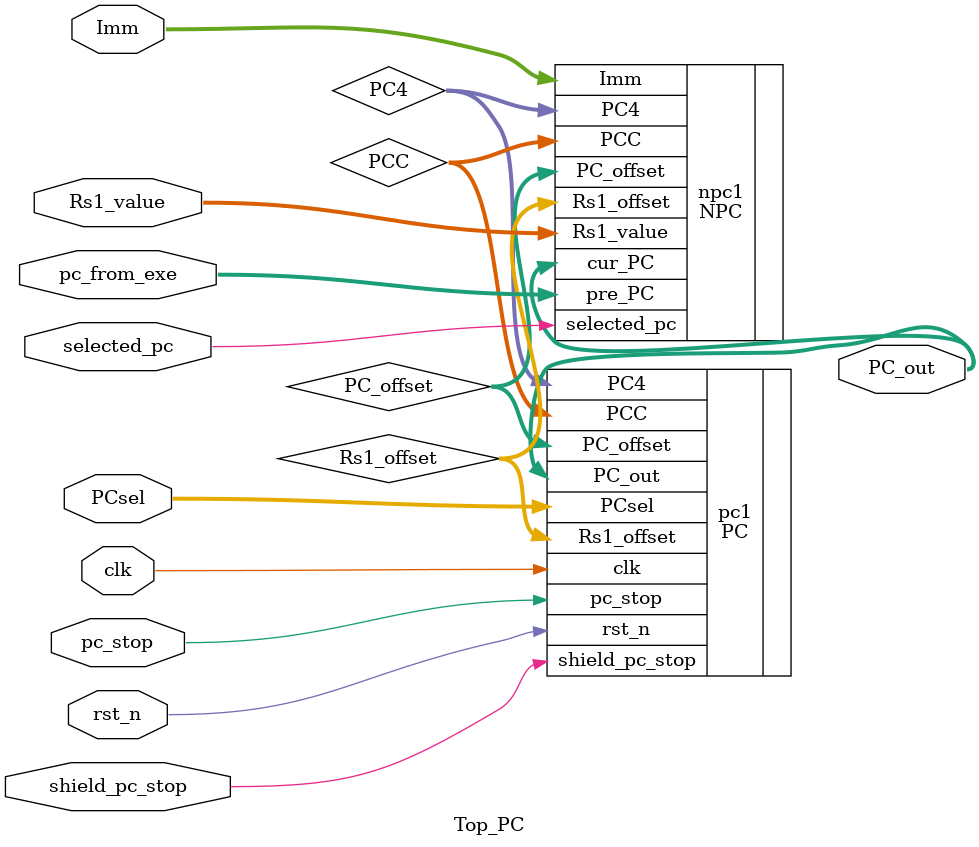
<source format=v>
`timescale 1ns / 1ps


module Top_PC(
    input wire [1:0]PCsel, //¿ØÖÆPC¸üÐÂ£¬ÓÉ¿ØÖÆµ¥ÔªÉú³É
    input wire [31:0] pc_from_exe,
    input wire selected_pc, //¿ØÖÆ´«ÈënpcµÄpcÖµ£¬¿ØÖÆÃ°ÏÕ¼ì²âµ¥ÔªÉú³É
    input wire pc_stop,
	input wire shield_pc_stop,
    input wire clk,
    input wire rst_n,
    input wire[31:0] Rs1_value, //Ö±½Ó´Ó¼Ä´æÆ÷RS1¶Á³öÀ´µÄÖµ
    input wire[31:0] Imm, //Á¢¼´Êýµ¥Ôª´«³öµÄÖµ
    output wire[31:0] PC_out //µ±Ç°Ê±ÖÓÖÜÆÚÉú³ÉµÄPC_out
    );
    wire [31:0]PC4;
    wire [31:0]PC_offset;
    wire [31:0]Rs1_offset;
    wire [31:0]PCC; 
    
    PC pc1(
    .clk(clk),
    .rst_n(rst_n),
    .PCsel(PCsel),
    .pc_stop(pc_stop),
	.shield_pc_stop(shield_pc_stop),
    .PC4(PC4),
    .PC_offset(PC_offset),
    .Rs1_offset(Rs1_offset),
    .PCC(PCC),
    .PC_out(PC_out)
    );
    
    NPC npc1(
    .cur_PC(PC_out), //´«ÈëµÄÆäÊµ¾ÍÊÇÉÏ¸öÊ±ÖÓÖÜÆÚ£¬PC´«³öµÄPC_out
    .pre_PC(pc_from_exe),
    .selected_pc(selected_pc),
    .Imm(Imm),
    .Rs1_value(Rs1_value),
    .PC4(PC4),
    .PC_offset(PC_offset),
    .Rs1_offset(Rs1_offset),
    .PCC(PCC)
    );
endmodule
</source>
